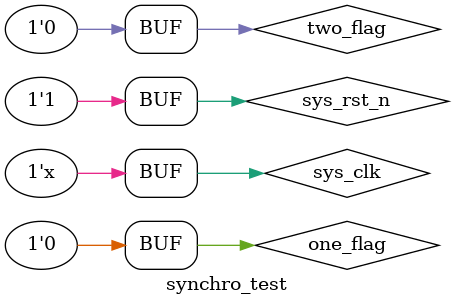
<source format=v>
`timescale 1ns/1ns
module synchro_test();

parameter   H_SYNC  = 136,      // 行同步信号时间
            H_BACK  = 160,      // 行消隐后肩时间
            H_DISP  = 1024,     // 行数据有效时间
            H_FRONT = 24,       // 行消隐前肩时间
            H_TOTAL = 1344,     // 行扫描总时间
            V_SYNC  = 6,        // 列同步信号时间
            V_BACK  = 29,       // 列消隐后肩时间
            V_DISP  = 768,      // 列数据有效时间
            V_FRONT = 3,        // 列消隐前肩时间
            V_TOTAL = 806;      // 列扫描总时间

parameter   IMG_W   = 256,      //摄像头分辨率
            IMG_H   = 208,
            IMG_X   = 0,
            IMG_Y   = 0;

parameter   IMG_W2   = 800,      //摄像头分辨率
            IMG_H2   = 600,
            IMG_X2   = 112,
            IMG_Y2   = 84;

parameter   THB     =   296;
parameter   TVB     =   35;

reg     [11:0]  hcnt;
reg     [11:0]  vcnt;

reg     sys_clk;
reg     sys_rst_n;

always  #10 sys_clk <=  ~sys_clk;

reg     one_flag;
reg     two_flag;

initial
    begin
        sys_clk     =   1'b1;
        sys_rst_n   <=  1'b0;
        one_flag    <= 1'b0;
        two_flag    <= 1'b0;
        #100
        sys_rst_n   <=  1'b1;
        #300000000
        one_flag <= 1'b1;
        #20
        one_flag <= 1'b0;
        #300000000
        one_flag <= 1'b1;
        #20
        one_flag <= 1'b0;
        #300000000
        two_flag <= 1'b1;
        #20
        two_flag <= 1'b0;
        #300000000
        one_flag <= 1'b1;
        #20
        one_flag <= 1'b0;
        #200000000
        two_flag <= 1'b1;
        #20
        two_flag <= 1'b0;
        #200000000
        one_flag <= 1'b1;
        #20
        one_flag <= 1'b0;
    end

always @ (posedge sys_clk or negedge sys_rst_n)
    begin
        if (!sys_rst_n)
            hcnt <= 12'd0;
        else
        begin
            if(hcnt < H_TOTAL - 1'b1)
                hcnt <= hcnt + 1'b1;
            else
                hcnt <= 12'd0;
        end
    end 

always@(posedge sys_clk or negedge sys_rst_n)
    begin
        if (!sys_rst_n)
            vcnt <= 12'b0;
        else if(hcnt == H_TOTAL - 1'b1)
            begin
            if(vcnt == V_TOTAL - 1'b1)
                vcnt <= 12'd0;
            else
                vcnt <= vcnt + 1'b1;
            end
    end

wire    first_ack;
wire    second_ack;

assign first_ack = ((hcnt - (THB - 2'd1)) >= IMG_X && (hcnt - (THB - 2'd1)) < (IMG_X + IMG_W)) &&
                 ((vcnt - TVB) >= IMG_Y && (vcnt - TVB) < (IMG_Y + IMG_H)) ? 1'b1 : 1'b0;
                 
assign second_ack = ((hcnt - (THB - 2'd1)) >= IMG_X2 && (hcnt - (THB - 2'd1)) < (IMG_X2 + IMG_W2)) &&
                 ((vcnt - TVB) >= IMG_Y2 && (vcnt - TVB) < (IMG_Y2 + IMG_H2)) ? 1'b1 : 1'b0;

wire            sdram_rst_n;
wire            sdram_rden;
wire    [22:0]  sdram_rd_b_addr;
wire    [22:0]  sdram_rd_e_addr;

camera_rd_synchro camera_rd_synchro_inst
(
    .clk         (sys_clk),
    .rst_n       (sys_rst_n),

    .hcnt        (hcnt),
    .vcnt        (vcnt),
    .one_flag    (one_flag),
    .two_flag    (two_flag),
    .first_rden  (first_ack),
    .secon_rden  (second_ack),

    .sdram_rst_n (sdram_rst_n),
    .sdram_rden  (sdram_rden)
);

endmodule

</source>
